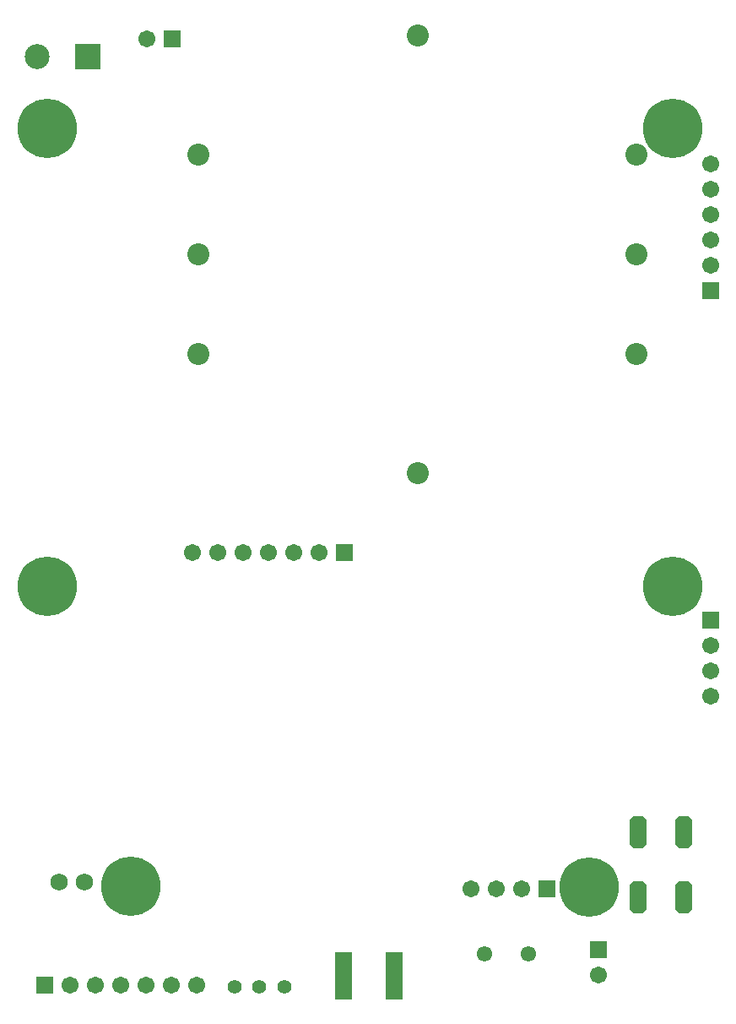
<source format=gbs>
%FSLAX25Y25*%
%MOIN*%
G70*
G01*
G75*
G04 Layer_Color=16711935*
%ADD10R,0.02362X0.02362*%
%ADD11R,0.05512X0.02362*%
%ADD12R,0.05315X0.02362*%
%ADD13R,0.03740X0.03150*%
%ADD14R,0.02953X0.03543*%
%ADD15R,0.07087X0.04134*%
%ADD16R,0.03150X0.01969*%
%ADD17R,0.08465X0.09843*%
%ADD18R,0.01969X0.02362*%
%ADD19R,0.18898X0.20315*%
%ADD20O,0.02362X0.13583*%
%ADD21O,0.01772X0.08268*%
%ADD22R,0.05906X0.16142*%
%ADD23R,0.05906X0.17716*%
%ADD24R,0.04134X0.08661*%
%ADD25R,0.05906X0.11024*%
%ADD26R,0.06102X0.02362*%
%ADD27R,0.07087X0.04724*%
%ADD28R,0.03937X0.01181*%
%ADD29R,0.02756X0.01181*%
%ADD30R,0.03150X0.03740*%
%ADD31R,0.03543X0.02953*%
%ADD32O,0.01181X0.03150*%
%ADD33O,0.03150X0.01181*%
%ADD34R,0.04331X0.07480*%
%ADD35R,0.04134X0.07087*%
%ADD36R,0.05709X0.04331*%
%ADD37R,0.04331X0.07480*%
%ADD38O,0.02165X0.06890*%
%ADD39O,0.06890X0.02165*%
%ADD40R,0.00984X0.07087*%
%ADD41R,0.04331X0.05709*%
%ADD42R,0.02362X0.05512*%
%ADD43R,0.07874X0.12992*%
%ADD44R,0.07874X0.09843*%
%ADD45R,0.01969X0.12205*%
%ADD46R,0.09843X0.09843*%
%ADD47O,0.03150X0.01378*%
%ADD48O,0.01378X0.03150*%
%ADD49R,0.07087X0.29528*%
%ADD50R,0.02362X0.04134*%
%ADD51R,0.04134X0.05906*%
%ADD52R,0.13189X0.09646*%
%ADD53R,0.35827X0.42323*%
%ADD54R,0.16339X0.03937*%
%ADD55C,0.01000*%
%ADD56C,0.01200*%
%ADD57C,0.03000*%
%ADD58C,0.04000*%
%ADD59C,0.02000*%
%ADD60C,0.01500*%
%ADD61C,0.00800*%
%ADD62R,0.00653X0.00435*%
%ADD63R,0.02142X0.00344*%
%ADD64R,0.04702X0.00344*%
%ADD65R,0.00286X0.00429*%
%ADD66R,0.00262X0.00395*%
%ADD67R,0.00248X0.00441*%
%ADD68R,0.00441X0.00236*%
%ADD69R,0.00280X0.00186*%
%ADD70R,0.00239X0.00358*%
%ADD71R,0.00239X0.00358*%
%ADD72R,0.00342X0.00386*%
%ADD73R,0.00342X0.00386*%
%ADD74R,0.01705X0.01280*%
%ADD75R,0.01705X0.00581*%
%ADD76R,0.04134X0.11614*%
%ADD77R,0.06299X0.06988*%
%ADD78R,0.07776X0.02559*%
%ADD79R,0.03937X0.04715*%
%ADD80R,0.07569X0.07569*%
G04:AMPARAMS|DCode=81|XSize=120mil|YSize=60mil|CornerRadius=0mil|HoleSize=0mil|Usage=FLASHONLY|Rotation=90.000|XOffset=0mil|YOffset=0mil|HoleType=Round|Shape=Octagon|*
%AMOCTAGOND81*
4,1,8,0.01500,0.06000,-0.01500,0.06000,-0.03000,0.04500,-0.03000,-0.04500,-0.01500,-0.06000,0.01500,-0.06000,0.03000,-0.04500,0.03000,0.04500,0.01500,0.06000,0.0*
%
%ADD81OCTAGOND81*%

%ADD82C,0.04724*%
%ADD83R,0.05906X0.05906*%
%ADD84C,0.05906*%
%ADD85R,0.05906X0.05906*%
%ADD86R,0.09055X0.09055*%
%ADD87C,0.09055*%
%ADD88C,0.22638*%
%ADD89C,0.07874*%
%ADD90C,0.06000*%
%ADD91C,0.05315*%
%ADD92C,0.02400*%
%ADD93C,0.05000*%
%ADD94C,0.04800*%
%ADD95R,0.00613X0.00499*%
%ADD96C,0.00984*%
%ADD97C,0.02362*%
%ADD98C,0.00400*%
%ADD99C,0.00787*%
%ADD100C,0.00591*%
%ADD101C,0.00492*%
%ADD102C,0.01969*%
%ADD103C,0.00700*%
%ADD104R,0.06299X0.02165*%
%ADD105R,0.02165X0.10236*%
%ADD106R,0.02165X0.06299*%
%ADD107R,0.01378X0.03150*%
%ADD108R,0.01280X0.03051*%
%ADD109R,0.03162X0.03162*%
%ADD110R,0.06312X0.03162*%
%ADD111R,0.06115X0.03162*%
%ADD112R,0.04540X0.03950*%
%ADD113R,0.03753X0.04343*%
%ADD114R,0.07887X0.04934*%
%ADD115R,0.03950X0.02769*%
%ADD116R,0.09265X0.10642*%
%ADD117R,0.02769X0.03162*%
%ADD118R,0.19698X0.21115*%
%ADD119O,0.03162X0.14383*%
%ADD120O,0.02572X0.09068*%
%ADD121R,0.06706X0.16942*%
%ADD122R,0.06706X0.18517*%
%ADD123R,0.04934X0.09461*%
%ADD124R,0.06706X0.11824*%
%ADD125R,0.06902X0.03162*%
%ADD126R,0.07887X0.05524*%
%ADD127R,0.04737X0.01981*%
%ADD128R,0.03136X0.01561*%
%ADD129R,0.03950X0.04540*%
%ADD130R,0.04343X0.03753*%
%ADD131O,0.01981X0.03950*%
%ADD132O,0.03950X0.01981*%
%ADD133R,0.05131X0.08280*%
%ADD134R,0.04934X0.07887*%
%ADD135R,0.06509X0.05131*%
%ADD136R,0.05131X0.08280*%
%ADD137O,0.02745X0.07470*%
%ADD138O,0.07470X0.02745*%
%ADD139R,0.01564X0.07667*%
%ADD140R,0.05131X0.06509*%
%ADD141R,0.03162X0.06312*%
%ADD142R,0.08674X0.13792*%
%ADD143R,0.08674X0.10642*%
%ADD144R,0.02749X0.12985*%
%ADD145R,0.10642X0.10642*%
%ADD146O,0.03930X0.02158*%
%ADD147O,0.02158X0.03930*%
%ADD148R,0.07887X0.30328*%
%ADD149R,0.03162X0.04934*%
%ADD150R,0.04934X0.06706*%
%ADD151R,0.13989X0.10446*%
%ADD152R,0.36627X0.43123*%
%ADD153R,0.17139X0.04737*%
G04:AMPARAMS|DCode=154|XSize=128mil|YSize=68mil|CornerRadius=0mil|HoleSize=0mil|Usage=FLASHONLY|Rotation=90.000|XOffset=0mil|YOffset=0mil|HoleType=Round|Shape=Octagon|*
%AMOCTAGOND154*
4,1,8,0.01700,0.06400,-0.01700,0.06400,-0.03400,0.04700,-0.03400,-0.04700,-0.01700,-0.06400,0.01700,-0.06400,0.03400,-0.04700,0.03400,0.04700,0.01700,0.06400,0.0*
%
%ADD154OCTAGOND154*%

%ADD155C,0.05524*%
%ADD156R,0.06706X0.06706*%
%ADD157C,0.06706*%
%ADD158R,0.06706X0.06706*%
%ADD159R,0.09855X0.09855*%
%ADD160C,0.09855*%
%ADD161C,0.23438*%
%ADD162C,0.08674*%
%ADD163C,0.06800*%
%ADD164C,0.06115*%
D122*
X1319752Y1191268D02*
D03*
X1339752D02*
D03*
D154*
X1436082Y1222395D02*
D03*
Y1247995D02*
D03*
X1453882Y1222395D02*
D03*
Y1247995D02*
D03*
D155*
X1296260Y1187008D02*
D03*
X1276575D02*
D03*
X1286417D02*
D03*
D156*
X1251968Y1561024D02*
D03*
X1201732Y1187638D02*
D03*
X1319882Y1358268D02*
D03*
X1399803Y1225610D02*
D03*
D157*
X1241969Y1561024D02*
D03*
X1464567Y1471614D02*
D03*
Y1481614D02*
D03*
Y1491614D02*
D03*
Y1501614D02*
D03*
Y1511614D02*
D03*
X1261732Y1187638D02*
D03*
X1251732D02*
D03*
X1241732D02*
D03*
X1231732D02*
D03*
X1211732D02*
D03*
X1221732D02*
D03*
X1420276Y1191772D02*
D03*
X1259882Y1358268D02*
D03*
X1269882D02*
D03*
X1279882D02*
D03*
X1289882D02*
D03*
X1309882D02*
D03*
X1299882D02*
D03*
X1464567Y1301693D02*
D03*
Y1311693D02*
D03*
Y1321693D02*
D03*
X1389803Y1225610D02*
D03*
X1379803D02*
D03*
X1369803D02*
D03*
D158*
X1464567Y1461614D02*
D03*
X1420276Y1201772D02*
D03*
X1464567Y1331693D02*
D03*
D159*
X1218661Y1554134D02*
D03*
D160*
X1198661D02*
D03*
D161*
X1449646Y1525669D02*
D03*
X1202598Y1345079D02*
D03*
Y1525669D02*
D03*
X1235512Y1226634D02*
D03*
X1416732Y1226339D02*
D03*
X1449646Y1345000D02*
D03*
D162*
X1348819Y1389567D02*
D03*
Y1562402D02*
D03*
X1262402Y1475984D02*
D03*
X1435236D02*
D03*
Y1515354D02*
D03*
Y1436614D02*
D03*
X1262402D02*
D03*
Y1515354D02*
D03*
D163*
X1217402Y1228543D02*
D03*
X1207402D02*
D03*
D164*
X1392717Y1200020D02*
D03*
X1375394D02*
D03*
M02*

</source>
